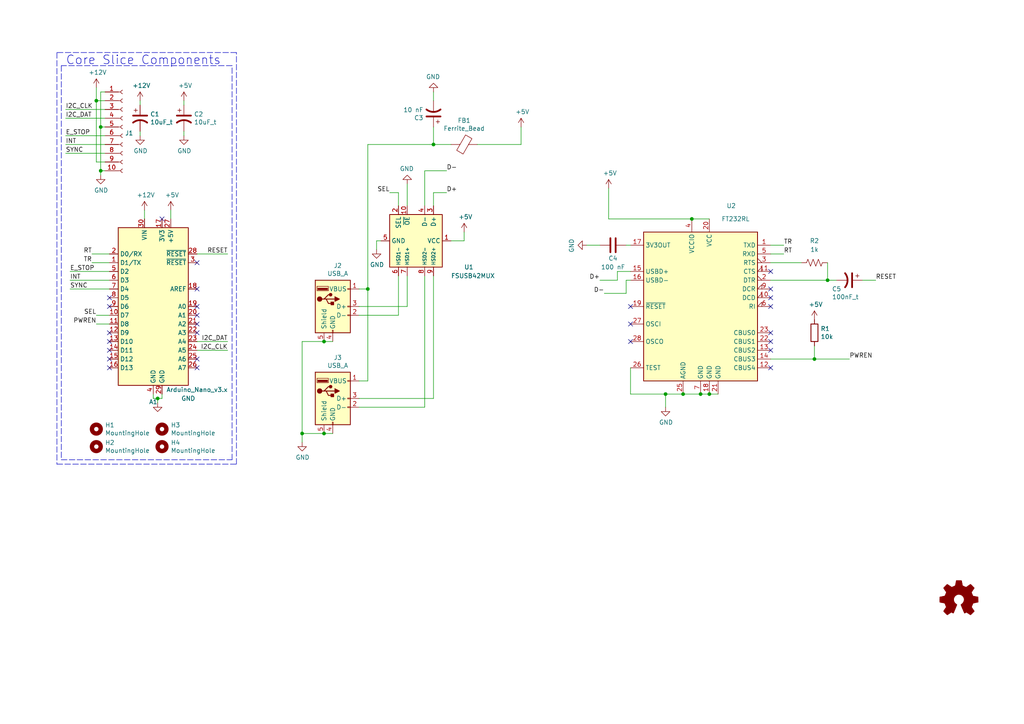
<source format=kicad_sch>
(kicad_sch (version 20231120) (generator "eeschema") (generator_version "8.0")
  (paper "A4")
  (lib_symbols
    (symbol "BREAD_Slice-rescue:10uF_t-OCI_UPL_2_Capacitors-BREAD_Slice-rescue" (pin_numbers hide) (pin_names (offset 0.254) hide)
      (property "Reference" "C" (at 0.635 2.54 0))
      (property "Value" "10uF_t-OCI_UPL_2_Capacitors-BREAD_Slice-rescue" (at 0.635 -2.54 0))
      (symbol "10uF_t-OCI_UPL_2_Capacitors-BREAD_Slice-rescue_0_1"
        (polyline (pts (xy -2.032 0.762) (xy 2.032 0.762)) (stroke (width 0.508)))
        (polyline (pts (xy -1.778 2.286) (xy -0.762 2.286)))
        (polyline (pts (xy -1.27 1.778) (xy -1.27 2.794)))
        (arc (start 2.032 -1.27) (mid 0 -0.5572) (end -2.032 -1.27) (stroke (width 0.508)))
      )
      (symbol "10uF_t-OCI_UPL_2_Capacitors-BREAD_Slice-rescue_1_1"
        (pin passive line (at 0 3.81 270) (length 2.794) (name "~") (number "1"))
        (pin passive line (at 0 -3.81 90) (length 3.302) (name "~") (number "2"))
      )
    )
    (symbol "BREAD_Slice-rescue:Ferrite_Bead-Device" (pin_numbers hide) (pin_names (offset 0))
      (property "Reference" "FB" (at -3.81 0.635 90))
      (property "Value" "Ferrite_Bead-Device" (at 3.81 0 90))
      (symbol "Ferrite_Bead-Device_0_1"
        (polyline (pts (xy 0 -1.27) (xy 0 -1.2192)))
        (polyline (pts (xy 0 1.27) (xy 0 1.2954)))
        (polyline (pts (xy -2.7686 0.4064) (xy -1.7018 2.2606) (xy 2.7686 -0.3048) (xy 1.6764 -2.159) (xy -2.7686 0.4064)))
      )
      (symbol "Ferrite_Bead-Device_1_1"
        (pin passive line (at 0 3.81 270) (length 2.54) (name "~") (number "1"))
        (pin passive line (at 0 -3.81 90) (length 2.54) (name "~") (number "2"))
      )
    )
    (symbol "Connector:Conn_01x10_Female" (pin_names (offset 1.016) hide)
      (property "Reference" "J" (at 0 12.7 0))
      (property "Value" "Conn_01x10_Female" (at 0 -15.24 0))
      (symbol "Conn_01x10_Female_1_1"
        (arc (start 0 -12.192) (mid -0.5058 -12.7) (end 0 -13.208) (stroke (width 0.1524)))
        (arc (start 0 -9.652) (mid -0.5058 -10.16) (end 0 -10.668) (stroke (width 0.1524)))
        (arc (start 0 -7.112) (mid -0.5058 -7.62) (end 0 -8.128) (stroke (width 0.1524)))
        (arc (start 0 -4.572) (mid -0.5058 -5.08) (end 0 -5.588) (stroke (width 0.1524)))
        (arc (start 0 -2.032) (mid -0.5058 -2.54) (end 0 -3.048) (stroke (width 0.1524)))
        (polyline (pts (xy -1.27 -12.7) (xy -0.508 -12.7)) (stroke (width 0.1524)))
        (polyline (pts (xy -1.27 -10.16) (xy -0.508 -10.16)) (stroke (width 0.1524)))
        (polyline (pts (xy -1.27 -7.62) (xy -0.508 -7.62)) (stroke (width 0.1524)))
        (polyline (pts (xy -1.27 -5.08) (xy -0.508 -5.08)) (stroke (width 0.1524)))
        (polyline (pts (xy -1.27 -2.54) (xy -0.508 -2.54)) (stroke (width 0.1524)))
        (polyline (pts (xy -1.27 0) (xy -0.508 0)) (stroke (width 0.1524)))
        (polyline (pts (xy -1.27 2.54) (xy -0.508 2.54)) (stroke (width 0.1524)))
        (polyline (pts (xy -1.27 5.08) (xy -0.508 5.08)) (stroke (width 0.1524)))
        (polyline (pts (xy -1.27 7.62) (xy -0.508 7.62)) (stroke (width 0.1524)))
        (polyline (pts (xy -1.27 10.16) (xy -0.508 10.16)) (stroke (width 0.1524)))
        (arc (start 0 0.508) (mid -0.5058 0) (end 0 -0.508) (stroke (width 0.1524)))
        (arc (start 0 3.048) (mid -0.5058 2.54) (end 0 2.032) (stroke (width 0.1524)))
        (arc (start 0 5.588) (mid -0.5058 5.08) (end 0 4.572) (stroke (width 0.1524)))
        (arc (start 0 8.128) (mid -0.5058 7.62) (end 0 7.112) (stroke (width 0.1524)))
        (arc (start 0 10.668) (mid -0.5058 10.16) (end 0 9.652) (stroke (width 0.1524)))
        (pin passive line (at -5.08 10.16 0) (length 3.81) (name "Pin_1") (number "1"))
        (pin passive line (at -5.08 -12.7 0) (length 3.81) (name "Pin_10") (number "10"))
        (pin passive line (at -5.08 7.62 0) (length 3.81) (name "Pin_2") (number "2"))
        (pin passive line (at -5.08 5.08 0) (length 3.81) (name "Pin_3") (number "3"))
        (pin passive line (at -5.08 2.54 0) (length 3.81) (name "Pin_4") (number "4"))
        (pin passive line (at -5.08 0 0) (length 3.81) (name "Pin_5") (number "5"))
        (pin passive line (at -5.08 -2.54 0) (length 3.81) (name "Pin_6") (number "6"))
        (pin passive line (at -5.08 -5.08 0) (length 3.81) (name "Pin_7") (number "7"))
        (pin passive line (at -5.08 -7.62 0) (length 3.81) (name "Pin_8") (number "8"))
        (pin passive line (at -5.08 -10.16 0) (length 3.81) (name "Pin_9") (number "9"))
      )
    )
    (symbol "Connector:USB_A" (pin_names (offset 1.016))
      (property "Reference" "J" (at -5.08 11.43 0))
      (property "Value" "USB_A" (at -5.08 8.89 0))
      (symbol "USB_A_0_1"
        (rectangle (start -5.08 -7.62) (end 5.08 7.62) (stroke (width 0.254)) (fill (type background)))
        (circle (center -3.81 2.159) (radius 0.635) (stroke (width 0.254)) (fill (type outline)))
        (rectangle (start -1.524 4.826) (end -4.318 5.334) (fill (type outline)))
        (rectangle (start -1.27 4.572) (end -4.572 5.842))
        (circle (center -0.635 3.429) (radius 0.381) (stroke (width 0.254)) (fill (type outline)))
        (rectangle (start -0.127 -7.62) (end 0.127 -6.858))
        (polyline (pts (xy -3.175 2.159) (xy -2.54 2.159) (xy -1.27 3.429) (xy -0.635 3.429)) (stroke (width 0.254)))
        (polyline (pts (xy -2.54 2.159) (xy -1.905 2.159) (xy -1.27 0.889) (xy 0 0.889)) (stroke (width 0.254)))
        (polyline (pts (xy 0.635 2.794) (xy 0.635 1.524) (xy 1.905 2.159) (xy 0.635 2.794)) (stroke (width 0.254)) (fill (type outline)))
        (rectangle (start 0.254 1.27) (end -0.508 0.508) (stroke (width 0.254)) (fill (type outline)))
        (rectangle (start 5.08 -2.667) (end 4.318 -2.413))
        (rectangle (start 5.08 -0.127) (end 4.318 0.127))
        (rectangle (start 5.08 4.953) (end 4.318 5.207))
      )
      (symbol "USB_A_1_1"
        (polyline (pts (xy -1.905 2.159) (xy 0.635 2.159)) (stroke (width 0.254)))
        (pin power_in line (at 7.62 5.08 180) (length 2.54) (name "VBUS") (number "1"))
        (pin bidirectional line (at 7.62 -2.54 180) (length 2.54) (name "D-") (number "2"))
        (pin bidirectional line (at 7.62 0 180) (length 2.54) (name "D+") (number "3"))
        (pin power_in line (at 0 -10.16 90) (length 2.54) (name "GND") (number "4"))
        (pin passive line (at -2.54 -10.16 90) (length 2.54) (name "Shield") (number "5"))
      )
    )
    (symbol "Device:C" (pin_numbers hide) (pin_names (offset 0.254))
      (property "Reference" "C" (at 0.635 2.54 0))
      (property "Value" "C" (at 0.635 -2.54 0))
      (symbol "C_0_1"
        (polyline (pts (xy -2.032 -0.762) (xy 2.032 -0.762)) (stroke (width 0.508)))
        (polyline (pts (xy -2.032 0.762) (xy 2.032 0.762)) (stroke (width 0.508)))
      )
      (symbol "C_1_1"
        (pin passive line (at 0 3.81 270) (length 2.794) (name "~") (number "1"))
        (pin passive line (at 0 -3.81 90) (length 2.794) (name "~") (number "2"))
      )
    )
    (symbol "Device:R" (pin_numbers hide) (pin_names (offset 0))
      (property "Reference" "R" (at 2.032 0 90))
      (property "Value" "R" (at 0 0 90))
      (symbol "R_0_1"
        (rectangle (start -1.016 -2.54) (end 1.016 2.54) (stroke (width 0.254)))
      )
      (symbol "R_1_1"
        (pin passive line (at 0 3.81 270) (length 1.27) (name "~") (number "1"))
        (pin passive line (at 0 -3.81 90) (length 1.27) (name "~") (number "2"))
      )
    )
    (symbol "Device:R_US" (pin_numbers hide) (pin_names (offset 0))
      (property "Reference" "R" (at 2.54 0 90))
      (property "Value" "R_US" (at -2.54 0 90))
      (symbol "R_US_0_1"
        (polyline (pts (xy 0 -2.286) (xy 0 -2.54)))
        (polyline (pts (xy 0 2.286) (xy 0 2.54)))
        (polyline (pts (xy 0 -0.762) (xy 1.016 -1.143) (xy 0 -1.524) (xy -1.016 -1.905) (xy 0 -2.286)))
        (polyline (pts (xy 0 0.762) (xy 1.016 0.381) (xy 0 0) (xy -1.016 -0.381) (xy 0 -0.762)))
        (polyline (pts (xy 0 2.286) (xy 1.016 1.905) (xy 0 1.524) (xy -1.016 1.143) (xy 0 0.762)))
      )
      (symbol "R_US_1_1"
        (pin passive line (at 0 3.81 270) (length 1.27) (name "~") (number "1"))
        (pin passive line (at 0 -3.81 90) (length 1.27) (name "~") (number "2"))
      )
    )
    (symbol "Graphic:Logo_Open_Hardware_Small" (pin_names (offset 1.016))
      (symbol "Logo_Open_Hardware_Small_0_1"
        (polyline (pts (xy 3.3528 -4.3434) (xy 3.302 -4.318) (xy 3.175 -4.2418) (xy 2.9972 -4.1148) (xy 2.7686 -3.9624) (xy 2.54 -3.81) (xy 2.3622 -3.7084) (xy 2.2352 -3.6068) (xy 2.1844 -3.5814) (xy 2.159 -3.6068) (xy 2.0574 -3.6576) (xy 1.905 -3.7338) (xy 1.8034 -3.7846) (xy 1.6764 -3.8354) (xy 1.6002 -3.8354) (xy 1.6002 -3.8354) (xy 1.5494 -3.7338) (xy 1.4732 -3.5306) (xy 1.3462 -3.302) (xy 1.2446 -3.0226) (xy 1.1176 -2.7178) (xy 0.9652 -2.413) (xy 0.8636 -2.1082) (xy 0.7366 -1.8288) (xy 0.6604 -1.6256) (xy 0.6096 -1.4732) (xy 0.5842 -1.397) (xy 0.5842 -1.397) (xy 0.6604 -1.3208) (xy 0.7874 -1.2446) (xy 1.0414 -1.016) (xy 1.2954 -0.6858) (xy 1.4478 -0.3302) (xy 1.524 0.0762) (xy 1.4732 0.4572) (xy 1.3208 0.8128) (xy 1.0668 1.143) (xy 0.762 1.3716) (xy 0.4064 1.524) (xy 0 1.5748) (xy -0.381 1.5494) (xy -0.7366 1.397) (xy -1.0668 1.143) (xy -1.2192 0.9906) (xy -1.397 0.6604) (xy -1.524 0.3048) (xy -1.524 0.2286) (xy -1.4986 -0.1778) (xy -1.397 -0.5334) (xy -1.1938 -0.8636) (xy -0.9144 -1.143) (xy -0.8636 -1.1684) (xy -0.7366 -1.27) (xy -0.635 -1.3462) (xy -0.5842 -1.397) (xy -1.0668 -2.5908) (xy -1.143 -2.794) (xy -1.2954 -3.1242) (xy -1.397 -3.4036) (xy -1.4986 -3.6322) (xy -1.5748 -3.7846) (xy -1.6002 -3.8354) (xy -1.6002 -3.8354) (xy -1.651 -3.8354) (xy -1.7272 -3.81) (xy -1.905 -3.7338) (xy -2.0066 -3.683) (xy -2.1336 -3.6068) (xy -2.2098 -3.5814) (xy -2.2606 -3.6068) (xy -2.3622 -3.683) (xy -2.54 -3.81) (xy -2.7686 -3.9624) (xy -2.9718 -4.0894) (xy -3.1496 -4.2164) (xy -3.302 -4.318) (xy -3.3528 -4.3434) (xy -3.3782 -4.3434) (xy -3.429 -4.318) (xy -3.5306 -4.2164) (xy -3.7084 -4.064) (xy -3.937 -3.8354) (xy -3.9624 -3.81) (xy -4.1656 -3.6068) (xy -4.318 -3.4544) (xy -4.4196 -3.3274) (xy -4.445 -3.2766) (xy -4.445 -3.2766) (xy -4.4196 -3.2258) (xy -4.318 -3.0734) (xy -4.2164 -2.8956) (xy -4.064 -2.667) (xy -3.6576 -2.0828) (xy -3.8862 -1.5494) (xy -3.937 -1.3716) (xy -4.0386 -1.1684) (xy -4.0894 -1.0414) (xy -4.1148 -0.9652) (xy -4.191 -0.9398) (xy -4.318 -0.9144) (xy -4.5466 -0.8636) (xy -4.8006 -0.8128) (xy -5.0546 -0.7874) (xy -5.2578 -0.7366) (xy -5.4356 -0.7112) (xy -5.5118 -0.6858) (xy -5.5118 -0.6858) (xy -5.5372 -0.635) (xy -5.5372 -0.5588) (xy -5.5372 -0.4318) (xy -5.5626 -0.2286) (xy -5.5626 0.0762) (xy -5.5626 0.127) (xy -5.5372 0.4064) (xy -5.5372 0.635) (xy -5.5372 0.762) (xy -5.5372 0.8382) (xy -5.5372 0.8382) (xy -5.461 0.8382) (xy -5.3086 0.889) (xy -5.08 0.9144) (xy -4.826 0.9652) (xy -4.8006 0.9906) (xy -4.5466 1.0414) (xy -4.318 1.0668) (xy -4.1656 1.1176) (xy -4.0894 1.143) (xy -4.0894 1.143) (xy -4.0386 1.2446) (xy -3.9624 1.4224) (xy -3.8608 1.6256) (xy -3.7846 1.8288) (xy -3.7084 2.0066) (xy -3.6576 2.159) (xy -3.6322 2.2098) (xy -3.6322 2.2098) (xy -3.683 2.286) (xy -3.7592 2.413) (xy -3.8862 2.5908) (xy -4.064 2.8194) (xy -4.064 2.8448) (xy -4.2164 3.0734) (xy -4.3434 3.2512) (xy -4.4196 3.3782) (xy -4.445 3.4544) (xy -4.445 3.4544) (xy -4.3942 3.5052) (xy -4.2926 3.6322) (xy -4.1148 3.81) (xy -3.937 4.0132) (xy -3.8608 4.064) (xy -3.6576 4.2926) (xy -3.5052 4.4196) (xy -3.4036 4.4958) (xy -3.3528 4.5212) (xy -3.3528 4.5212) (xy -3.302 4.4704) (xy -3.1496 4.3688) (xy -2.9718 4.2418) (xy -2.7432 4.0894) (xy -2.7178 4.0894) (xy -2.4892 3.937) (xy -2.3114 3.81) (xy -2.1844 3.7084) (xy -2.1336 3.683) (xy -2.1082 3.683) (xy -2.032 3.7084) (xy -1.8542 3.7592) (xy -1.6764 3.8354) (xy -1.4732 3.937) (xy -1.27 4.0132) (xy -1.143 4.064) (xy -1.0668 4.1148) (xy -1.0668 4.1148) (xy -1.0414 4.191) (xy -1.016 4.3434) (xy -0.9652 4.572) (xy -0.9144 4.8514) (xy -0.889 4.9022) (xy -0.8382 5.1562) (xy -0.8128 5.3848) (xy -0.7874 5.5372) (xy -0.762 5.588) (xy -0.7112 5.6134) (xy -0.5842 5.6134) (xy -0.4064 5.6134) (xy -0.1524 5.6134) (xy 0.0762 5.6134) (xy 0.3302 5.6134) (xy 0.5334 5.6134) (xy 0.6858 5.588) (xy 0.7366 5.588) (xy 0.7366 5.588) (xy 0.762 5.5118) (xy 0.8128 5.334) (xy 0.8382 5.1054) (xy 0.9144 4.826) (xy 0.9144 4.7752) (xy 0.9652 4.5212) (xy 1.016 4.2926) (xy 1.0414 4.1402) (xy 1.0668 4.0894) (xy 1.0668 4.0894) (xy 1.1938 4.0386) (xy 1.3716 3.9624) (xy 1.5748 3.8608) (xy 2.0828 3.6576) (xy 2.7178 4.0894) (xy 2.7686 4.1402) (xy 2.9972 4.2926) (xy 3.175 4.4196) (xy 3.302 4.4958) (xy 3.3782 4.5212) (xy 3.3782 4.5212) (xy 3.429 4.4704) (xy 3.556 4.3434) (xy 3.7338 4.191) (xy 3.9116 3.9878) (xy 4.064 3.8354) (xy 4.2418 3.6576) (xy 4.3434 3.556) (xy 4.4196 3.4798) (xy 4.4196 3.429) (xy 4.4196 3.4036) (xy 4.3942 3.3274) (xy 4.2926 3.2004) (xy 4.1656 2.9972) (xy 4.0132 2.794) (xy 3.8862 2.5908) (xy 3.7592 2.3876) (xy 3.6576 2.2352) (xy 3.6322 2.159) (xy 3.6322 2.1336) (xy 3.683 2.0066) (xy 3.7592 1.8288) (xy 3.8608 1.6002) (xy 4.064 1.1176) (xy 4.3942 1.0414) (xy 4.5974 1.016) (xy 4.8768 0.9652) (xy 5.1308 0.9144) (xy 5.5372 0.8382) (xy 5.5626 -0.6604) (xy 5.4864 -0.6858) (xy 5.4356 -0.6858) (xy 5.2832 -0.7366) (xy 5.0546 -0.762) (xy 4.8006 -0.8128) (xy 4.5974 -0.8636) (xy 4.3688 -0.9144) (xy 4.2164 -0.9398) (xy 4.1402 -0.9398) (xy 4.1148 -0.9652) (xy 4.064 -1.0668) (xy 3.9878 -1.2446) (xy 3.9116 -1.4478) (xy 3.81 -1.651) (xy 3.7338 -1.8542) (xy 3.683 -2.0066) (xy 3.6576 -2.0828) (xy 3.683 -2.1336) (xy 3.7846 -2.2606) (xy 3.8862 -2.4638) (xy 4.0386 -2.667) (xy 4.191 -2.8956) (xy 4.318 -3.0734) (xy 4.3942 -3.2004) (xy 4.445 -3.2766) (xy 4.4196 -3.3274) (xy 4.3434 -3.429) (xy 4.1656 -3.5814) (xy 3.937 -3.8354) (xy 3.8862 -3.8608) (xy 3.683 -4.064) (xy 3.5306 -4.2164) (xy 3.4036 -4.318) (xy 3.3528 -4.3434)) (fill (type outline)))
      )
    )
    (symbol "Interface_USB:FSUSB42MUX"
      (property "Reference" "U" (at -6.35 8.89 0))
      (property "Value" "FSUSB42MUX" (at 7.62 8.89 0))
      (symbol "FSUSB42MUX_0_1"
        (rectangle (start 7.62 7.62) (end -7.62 -7.62) (stroke (width 0.254)) (fill (type background)))
      )
      (symbol "FSUSB42MUX_1_1"
        (pin power_in line (at 0 10.16 270) (length 2.54) (name "VCC") (number "1"))
        (pin input line (at -10.16 -2.54 0) (length 2.54) (name "~{OE}") (number "10"))
        (pin input line (at -10.16 -5.08 0) (length 2.54) (name "SEL") (number "2"))
        (pin bidirectional line (at -10.16 5.08 0) (length 2.54) (name "D+") (number "3"))
        (pin bidirectional line (at -10.16 2.54 0) (length 2.54) (name "D-") (number "4"))
        (pin power_in line (at 0 -10.16 90) (length 2.54) (name "GND") (number "5"))
        (pin bidirectional line (at 10.16 -5.08 180) (length 2.54) (name "HSD1-") (number "6"))
        (pin bidirectional line (at 10.16 -2.54 180) (length 2.54) (name "HSD1+") (number "7"))
        (pin bidirectional line (at 10.16 2.54 180) (length 2.54) (name "HSD2-") (number "8"))
        (pin bidirectional line (at 10.16 5.08 180) (length 2.54) (name "HSD2+") (number "9"))
      )
    )
    (symbol "Interface_USB:FT232RL"
      (property "Reference" "U" (at -16.51 22.86 0))
      (property "Value" "FT232RL" (at 10.16 22.86 0))
      (symbol "FT232RL_0_1"
        (rectangle (start -16.51 21.59) (end 16.51 -21.59) (stroke (width 0.254)) (fill (type background)))
      )
      (symbol "FT232RL_1_1"
        (pin output line (at 20.32 17.78 180) (length 3.81) (name "TXD") (number "1"))
        (pin input input_low (at 20.32 2.54 180) (length 3.81) (name "DCD") (number "10"))
        (pin input input_low (at 20.32 10.16 180) (length 3.81) (name "CTS") (number "11"))
        (pin bidirectional line (at 20.32 -17.78 180) (length 3.81) (name "CBUS4") (number "12"))
        (pin bidirectional line (at 20.32 -12.7 180) (length 3.81) (name "CBUS2") (number "13"))
        (pin bidirectional line (at 20.32 -15.24 180) (length 3.81) (name "CBUS3") (number "14"))
        (pin bidirectional line (at -20.32 10.16 0) (length 3.81) (name "USBD+") (number "15"))
        (pin bidirectional line (at -20.32 7.62 0) (length 3.81) (name "USBD-") (number "16"))
        (pin power_out line (at -20.32 17.78 0) (length 3.81) (name "3V3OUT") (number "17"))
        (pin power_in line (at 2.54 -25.4 90) (length 3.81) (name "GND") (number "18"))
        (pin input line (at -20.32 0 0) (length 3.81) (name "~{RESET}") (number "19"))
        (pin output output_low (at 20.32 7.62 180) (length 3.81) (name "DTR") (number "2"))
        (pin power_in line (at 2.54 25.4 270) (length 3.81) (name "VCC") (number "20"))
        (pin power_in line (at 5.08 -25.4 90) (length 3.81) (name "GND") (number "21"))
        (pin bidirectional line (at 20.32 -10.16 180) (length 3.81) (name "CBUS1") (number "22"))
        (pin bidirectional line (at 20.32 -7.62 180) (length 3.81) (name "CBUS0") (number "23"))
        (pin power_in line (at -5.08 -25.4 90) (length 3.81) (name "AGND") (number "25"))
        (pin input line (at -20.32 -17.78 0) (length 3.81) (name "TEST") (number "26"))
        (pin input line (at -20.32 -5.08 0) (length 3.81) (name "OSCI") (number "27"))
        (pin output line (at -20.32 -10.16 0) (length 3.81) (name "OSCO") (number "28"))
        (pin output output_low (at 20.32 12.7 180) (length 3.81) (name "RTS") (number "3"))
        (pin power_in line (at -2.54 25.4 270) (length 3.81) (name "VCCIO") (number "4"))
        (pin input line (at 20.32 15.24 180) (length 3.81) (name "RXD") (number "5"))
        (pin input input_low (at 20.32 0 180) (length 3.81) (name "RI") (number "6"))
        (pin power_in line (at 0 -25.4 90) (length 3.81) (name "GND") (number "7"))
        (pin input input_low (at 20.32 5.08 180) (length 3.81) (name "DCR") (number "9"))
      )
    )
    (symbol "MCU_Module:Arduino_Nano_v3.x"
      (property "Reference" "A" (at -10.16 23.495 0))
      (property "Value" "Arduino_Nano_v3.x" (at 5.08 -24.13 0))
      (symbol "Arduino_Nano_v3.x_0_1"
        (rectangle (start -10.16 22.86) (end 10.16 -22.86) (stroke (width 0.254)) (fill (type background)))
      )
      (symbol "Arduino_Nano_v3.x_1_1"
        (pin bidirectional line (at -12.7 12.7 0) (length 2.54) (name "D1/TX") (number "1"))
        (pin bidirectional line (at -12.7 -2.54 0) (length 2.54) (name "D7") (number "10"))
        (pin bidirectional line (at -12.7 -5.08 0) (length 2.54) (name "D8") (number "11"))
        (pin bidirectional line (at -12.7 -7.62 0) (length 2.54) (name "D9") (number "12"))
        (pin bidirectional line (at -12.7 -10.16 0) (length 2.54) (name "D10") (number "13"))
        (pin bidirectional line (at -12.7 -12.7 0) (length 2.54) (name "D11") (number "14"))
        (pin bidirectional line (at -12.7 -15.24 0) (length 2.54) (name "D12") (number "15"))
        (pin bidirectional line (at -12.7 -17.78 0) (length 2.54) (name "D13") (number "16"))
        (pin power_out line (at 2.54 25.4 270) (length 2.54) (name "3V3") (number "17"))
        (pin input line (at 12.7 5.08 180) (length 2.54) (name "AREF") (number "18"))
        (pin bidirectional line (at 12.7 0 180) (length 2.54) (name "A0") (number "19"))
        (pin bidirectional line (at -12.7 15.24 0) (length 2.54) (name "D0/RX") (number "2"))
        (pin bidirectional line (at 12.7 -2.54 180) (length 2.54) (name "A1") (number "20"))
        (pin bidirectional line (at 12.7 -5.08 180) (length 2.54) (name "A2") (number "21"))
        (pin bidirectional line (at 12.7 -7.62 180) (length 2.54) (name "A3") (number "22"))
        (pin bidirectional line (at 12.7 -10.16 180) (length 2.54) (name "A4") (number "23"))
        (pin bidirectional line (at 12.7 -12.7 180) (length 2.54) (name "A5") (number "24"))
        (pin bidirectional line (at 12.7 -15.24 180) (length 2.54) (name "A6") (number "25"))
        (pin bidirectional line (at 12.7 -17.78 180) (length 2.54) (name "A7") (number "26"))
        (pin power_out line (at 5.08 25.4 270) (length 2.54) (name "+5V") (number "27"))
        (pin input line (at 12.7 15.24 180) (length 2.54) (name "~{RESET}") (number "28"))
        (pin power_in line (at 2.54 -25.4 90) (length 2.54) (name "GND") (number "29"))
        (pin input line (at 12.7 12.7 180) (length 2.54) (name "~{RESET}") (number "3"))
        (pin power_in line (at -2.54 25.4 270) (length 2.54) (name "VIN") (number "30"))
        (pin power_in line (at 0 -25.4 90) (length 2.54) (name "GND") (number "4"))
        (pin bidirectional line (at -12.7 10.16 0) (length 2.54) (name "D2") (number "5"))
        (pin bidirectional line (at -12.7 7.62 0) (length 2.54) (name "D3") (number "6"))
        (pin bidirectional line (at -12.7 5.08 0) (length 2.54) (name "D4") (number "7"))
        (pin bidirectional line (at -12.7 2.54 0) (length 2.54) (name "D5") (number "8"))
        (pin bidirectional line (at -12.7 0 0) (length 2.54) (name "D6") (number "9"))
      )
    )
    (symbol "Mechanical:MountingHole" (pin_names (offset 1.016))
      (property "Reference" "H" (at 0 5.08 0))
      (property "Value" "MountingHole" (at 0 3.175 0))
      (symbol "MountingHole_0_1"
        (circle (center 0 0) (radius 1.27) (stroke (width 1.27)))
      )
    )
    (symbol "power:+12V" (power) (pin_names (offset 0))
      (property "Value" "+12V" (at 0 3.556 0))
      (symbol "+12V_0_1"
        (polyline (pts (xy -0.762 1.27) (xy 0 2.54)))
        (polyline (pts (xy 0 0) (xy 0 2.54)))
        (polyline (pts (xy 0 2.54) (xy 0.762 1.27)))
      )
      (symbol "+12V_1_1"
        (pin power_in line (at 0 0 90) (length 0) hide (name "+12V") (number "1"))
      )
    )
    (symbol "power:+5V" (power) (pin_names (offset 0))
      (property "Value" "+5V" (at 0 3.556 0))
      (symbol "+5V_0_1"
        (polyline (pts (xy -0.762 1.27) (xy 0 2.54)))
        (polyline (pts (xy 0 0) (xy 0 2.54)))
        (polyline (pts (xy 0 2.54) (xy 0.762 1.27)))
      )
      (symbol "+5V_1_1"
        (pin power_in line (at 0 0 90) (length 0) hide (name "+5V") (number "1"))
      )
    )
    (symbol "power:GND" (power) (pin_names (offset 0))
      (property "Value" "GND" (at 0 -3.81 0))
      (symbol "GND_0_1"
        (polyline (pts (xy 0 0) (xy 0 -1.27) (xy 1.27 -1.27) (xy 0 -2.54) (xy -1.27 -1.27) (xy 0 -1.27)))
      )
      (symbol "GND_1_1"
        (pin power_in line (at 0 0 270) (length 0) hide (name "GND") (number "1"))
      )
    )
  )
  (junction (at 45.72 115.57))
  (junction (at 27.94 29.21))
  (junction (at 93.98 99.06))
  (junction (at 198.12 114.3))
  (junction (at 29.21 36.83))
  (junction (at 106.68 83.82))
  (junction (at 205.74 114.3))
  (junction (at 203.2 114.3))
  (junction (at 236.22 104.14))
  (junction (at 93.98 125.73))
  (junction (at 193.04 114.3))
  (junction (at 87.63 125.73))
  (junction (at 125.73 41.91))
  (junction (at 240.03 81.28))
  (junction (at 29.21 49.53))
  (junction (at 200.66 63.5))
  (no_connect (at 223.52 106.68))
  (no_connect (at 57.15 96.52))
  (no_connect (at 31.75 106.68))
  (no_connect (at 57.15 76.2))
  (no_connect (at 223.52 88.9))
  (no_connect (at 182.88 99.06))
  (no_connect (at 57.15 83.82))
  (no_connect (at 46.99 63.5))
  (no_connect (at 223.52 99.06))
  (no_connect (at 182.88 93.98))
  (no_connect (at 223.52 86.36))
  (no_connect (at 31.75 104.14))
  (no_connect (at 223.52 96.52))
  (no_connect (at 31.75 86.36))
  (no_connect (at 223.52 101.6))
  (no_connect (at 57.15 104.14))
  (no_connect (at 223.52 83.82))
  (no_connect (at 31.75 101.6))
  (no_connect (at 57.15 93.98))
  (no_connect (at 57.15 91.44))
  (no_connect (at 57.15 88.9))
  (no_connect (at 182.88 88.9))
  (no_connect (at 31.75 99.06))
  (no_connect (at 31.75 96.52))
  (no_connect (at 57.15 106.68))
  (no_connect (at 223.52 78.74))
  (no_connect (at 31.75 88.9))
  (wire (pts (xy 20.32 83.82) (xy 31.75 83.82)))
  (wire (pts (xy 182.88 114.3) (xy 193.04 114.3)))
  (wire (pts (xy 30.48 36.83) (xy 29.21 36.83)))
  (wire (pts (xy 110.49 69.85) (xy 109.22 69.85)))
  (wire (pts (xy 176.53 63.5) (xy 176.53 54.61)))
  (wire (pts (xy 205.74 63.5) (xy 200.66 63.5)))
  (wire (pts (xy 115.57 55.88) (xy 115.57 59.69)))
  (wire (pts (xy 45.72 115.57) (xy 45.72 116.84)))
  (wire (pts (xy 118.11 88.9) (xy 118.11 80.01)))
  (wire (pts (xy 236.22 100.33) (xy 236.22 104.14)))
  (wire (pts (xy 182.88 78.74) (xy 179.07 78.74)))
  (polyline (pts (xy 68.58 15.24) (xy 16.51 15.24)) (stroke (width 0) (type dash)))
  (wire (pts (xy 44.45 114.3) (xy 44.45 115.57)))
  (wire (pts (xy 30.48 49.53) (xy 29.21 49.53)))
  (wire (pts (xy 96.52 125.73) (xy 93.98 125.73)))
  (wire (pts (xy 113.03 55.88) (xy 115.57 55.88)))
  (wire (pts (xy 240.03 81.28) (xy 242.57 81.28)))
  (wire (pts (xy 20.32 81.28) (xy 31.75 81.28)))
  (wire (pts (xy 96.52 99.06) (xy 93.98 99.06)))
  (wire (pts (xy 29.21 49.53) (xy 29.21 36.83)))
  (wire (pts (xy 115.57 91.44) (xy 115.57 80.01)))
  (wire (pts (xy 31.75 78.74) (xy 20.32 78.74)))
  (wire (pts (xy 46.99 115.57) (xy 46.99 114.3)))
  (wire (pts (xy 104.14 110.49) (xy 106.68 110.49)))
  (wire (pts (xy 40.64 39.37) (xy 40.64 38.1)))
  (wire (pts (xy 57.15 73.66) (xy 66.04 73.66)))
  (wire (pts (xy 53.34 30.48) (xy 53.34 29.21)))
  (wire (pts (xy 179.07 78.74) (xy 179.07 81.28)))
  (wire (pts (xy 19.05 34.29) (xy 30.48 34.29)))
  (wire (pts (xy 182.88 106.68) (xy 182.88 114.3)))
  (wire (pts (xy 223.52 81.28) (xy 240.03 81.28)))
  (wire (pts (xy 173.99 71.12) (xy 170.18 71.12)))
  (polyline (pts (xy 68.58 134.62) (xy 68.58 15.24)) (stroke (width 0) (type dash)))
  (wire (pts (xy 181.61 81.28) (xy 181.61 85.09)))
  (wire (pts (xy 29.21 36.83) (xy 29.21 26.67)))
  (wire (pts (xy 106.68 110.49) (xy 106.68 83.82)))
  (wire (pts (xy 27.94 46.99) (xy 27.94 29.21)))
  (wire (pts (xy 31.75 93.98) (xy 27.94 93.98)))
  (wire (pts (xy 223.52 76.2) (xy 232.41 76.2)))
  (wire (pts (xy 125.73 36.83) (xy 125.73 41.91)))
  (wire (pts (xy 250.19 81.28) (xy 254 81.28)))
  (wire (pts (xy 30.48 46.99) (xy 27.94 46.99)))
  (wire (pts (xy 125.73 115.57) (xy 125.73 80.01)))
  (wire (pts (xy 134.62 69.85) (xy 134.62 67.31)))
  (wire (pts (xy 200.66 63.5) (xy 176.53 63.5)))
  (wire (pts (xy 151.13 41.91) (xy 151.13 36.83)))
  (wire (pts (xy 31.75 91.44) (xy 27.94 91.44)))
  (wire (pts (xy 223.52 104.14) (xy 236.22 104.14)))
  (polyline (pts (xy 16.51 134.62) (xy 68.58 134.62)) (stroke (width 0) (type dash)))
  (wire (pts (xy 44.45 115.57) (xy 45.72 115.57)))
  (wire (pts (xy 193.04 118.11) (xy 193.04 114.3)))
  (wire (pts (xy 49.53 60.96) (xy 49.53 63.5)))
  (wire (pts (xy 240.03 76.2) (xy 240.03 81.28)))
  (wire (pts (xy 123.19 59.69) (xy 123.19 49.53)))
  (wire (pts (xy 182.88 71.12) (xy 181.61 71.12)))
  (wire (pts (xy 198.12 114.3) (xy 203.2 114.3)))
  (wire (pts (xy 104.14 91.44) (xy 115.57 91.44)))
  (wire (pts (xy 40.64 30.48) (xy 40.64 29.21)))
  (wire (pts (xy 109.22 69.85) (xy 109.22 72.39)))
  (wire (pts (xy 29.21 50.8) (xy 29.21 49.53)))
  (wire (pts (xy 45.72 115.57) (xy 46.99 115.57)))
  (wire (pts (xy 125.73 59.69) (xy 125.73 55.88)))
  (wire (pts (xy 205.74 114.3) (xy 208.28 114.3)))
  (wire (pts (xy 26.67 76.2) (xy 31.75 76.2)))
  (wire (pts (xy 27.94 29.21) (xy 30.48 29.21)))
  (wire (pts (xy 125.73 55.88) (xy 129.54 55.88)))
  (wire (pts (xy 106.68 41.91) (xy 106.68 83.82)))
  (polyline (pts (xy 67.31 19.05) (xy 17.78 19.05)) (stroke (width 0) (type dash)))
  (wire (pts (xy 118.11 59.69) (xy 118.11 53.34)))
  (wire (pts (xy 41.91 60.96) (xy 41.91 63.5)))
  (wire (pts (xy 182.88 81.28) (xy 181.61 81.28)))
  (wire (pts (xy 203.2 114.3) (xy 205.74 114.3)))
  (wire (pts (xy 87.63 125.73) (xy 87.63 128.27)))
  (wire (pts (xy 223.52 71.12) (xy 227.33 71.12)))
  (wire (pts (xy 29.21 26.67) (xy 30.48 26.67)))
  (wire (pts (xy 125.73 41.91) (xy 130.81 41.91)))
  (wire (pts (xy 57.15 101.6) (xy 66.04 101.6)))
  (wire (pts (xy 30.48 31.75) (xy 19.05 31.75)))
  (wire (pts (xy 27.94 25.4) (xy 27.94 29.21)))
  (wire (pts (xy 30.48 39.37) (xy 19.05 39.37)))
  (wire (pts (xy 104.14 88.9) (xy 118.11 88.9)))
  (wire (pts (xy 125.73 26.67) (xy 125.73 29.21)))
  (wire (pts (xy 93.98 99.06) (xy 87.63 99.06)))
  (wire (pts (xy 181.61 85.09) (xy 175.26 85.09)))
  (wire (pts (xy 93.98 125.73) (xy 87.63 125.73)))
  (wire (pts (xy 104.14 118.11) (xy 123.19 118.11)))
  (wire (pts (xy 193.04 114.3) (xy 198.12 114.3)))
  (wire (pts (xy 19.05 41.91) (xy 30.48 41.91)))
  (polyline (pts (xy 17.78 133.35) (xy 67.31 133.35)) (stroke (width 0) (type dash)))
  (wire (pts (xy 106.68 41.91) (xy 125.73 41.91)))
  (wire (pts (xy 130.81 69.85) (xy 134.62 69.85)))
  (wire (pts (xy 104.14 83.82) (xy 106.68 83.82)))
  (wire (pts (xy 87.63 99.06) (xy 87.63 125.73)))
  (wire (pts (xy 236.22 104.14) (xy 246.38 104.14)))
  (wire (pts (xy 138.43 41.91) (xy 151.13 41.91)))
  (wire (pts (xy 123.19 118.11) (xy 123.19 80.01)))
  (wire (pts (xy 53.34 39.37) (xy 53.34 38.1)))
  (wire (pts (xy 104.14 115.57) (xy 125.73 115.57)))
  (polyline (pts (xy 16.51 15.24) (xy 16.51 134.62)) (stroke (width 0) (type dash)))
  (polyline (pts (xy 17.78 19.05) (xy 17.78 133.35)) (stroke (width 0) (type dash)))
  (wire (pts (xy 66.04 99.06) (xy 57.15 99.06)))
  (wire (pts (xy 179.07 81.28) (xy 173.99 81.28)))
  (wire (pts (xy 26.67 73.66) (xy 31.75 73.66)))
  (polyline (pts (xy 67.31 133.35) (xy 67.31 19.05)) (stroke (width 0) (type dash)))
  (wire (pts (xy 19.05 44.45) (xy 30.48 44.45)))
  (wire (pts (xy 223.52 73.66) (xy 227.33 73.66)))
  (wire (pts (xy 123.19 49.53) (xy 129.54 49.53)))
  (text "Core Slice Components" (at 19.05 19.05 0) (effects (font (size 2.54 2.54)) (justify left bottom)))
  (label "INT" (at 20.32 81.28 0))
  (label "SYNC" (at 20.32 83.82 0))
  (label "RT" (at 26.67 73.66 180))
  (label "RESET" (at 254 81.28 0))
  (label "I2C_CLK" (at 66.04 101.6 180))
  (label "D+" (at 173.99 81.28 180))
  (label "PWREN" (at 27.94 93.98 180))
  (label "E_STOP" (at 19.05 39.37 0))
  (label "I2C_DAT" (at 66.04 99.06 180))
  (label "D-" (at 175.26 85.09 180))
  (label "I2C_CLK" (at 19.05 31.75 0))
  (label "SEL" (at 113.03 55.88 180))
  (label "SYNC" (at 19.05 44.45 0))
  (label "SEL" (at 27.94 91.44 180))
  (label "TR" (at 227.33 71.12 0))
  (label "PWREN" (at 246.38 104.14 0))
  (label "D-" (at 129.54 49.53 0))
  (label "INT" (at 19.05 41.91 0))
  (label "TR" (at 26.67 76.2 180))
  (label "I2C_DAT" (at 19.05 34.29 0))
  (label "D+" (at 129.54 55.88 0))
  (label "E_STOP" (at 20.32 78.74 0))
  (label "RT" (at 227.33 73.66 0))
  (label "RESET" (at 66.04 73.66 180))
  (symbol (lib_id "power:GND") (at 45.72 116.84 0) (unit 1)
    (property "Reference" "#PWR06" (effects (hide yes)))
    (property "Value" "GND" (at 54.61 115.57 0))
  )
  (symbol (lib_id "power:+5V") (at 49.53 60.96 0) (unit 1)
    (property "Reference" "#PWR07" (effects (hide yes)))
    (property "Value" "+5V" (at 49.911 56.5658 0))
  )
  (symbol (lib_id "power:+12V") (at 41.91 60.96 0) (unit 1)
    (property "Reference" "#PWR05" (effects (hide yes)))
    (property "Value" "+12V" (at 42.291 56.5658 0))
  )
  (symbol (lib_id "BREAD_Slice-rescue:10uF_t-OCI_UPL_2_Capacitors-BREAD_Slice-rescue") (at 40.64 34.29 0) (unit 1)
    (property "Reference" "C1" (at 43.561 33.1216 0) (effects (justify left)))
    (property "Value" "10uF_t" (at 43.561 35.433 0) (effects (justify left)))
    (property "Footprint" "OCI_UPL_FOOTPRINTS:C_2312" (effects (hide yes)))
    (property "Datasheet" "https://www.digikey.com/short/qcd8n7" (effects (hide yes)))
    (property "Part #" "T491C106K025AT" (effects (hide yes)))
    (property "UPL #" "2.021" (effects (hide yes)))
  )
  (symbol (lib_id "power:GND") (at 40.64 39.37 0) (unit 1)
    (property "Reference" "#PWR04" (effects (hide yes)))
    (property "Value" "GND" (at 40.767 43.7642 0))
  )
  (symbol (lib_id "Mechanical:MountingHole") (at 27.94 124.46 0) (unit 1)
    (property "Reference" "H1" (at 30.48 123.2916 0) (effects (justify left)))
    (property "Value" "MountingHole" (at 30.48 125.603 0) (effects (justify left)))
    (property "Footprint" "MountingHole:MountingHole_3.2mm_M3_DIN965_Pad" (effects (hide yes)))
  )
  (symbol (lib_id "Mechanical:MountingHole") (at 46.99 124.46 0) (unit 1)
    (property "Reference" "H3" (at 49.53 123.2916 0) (effects (justify left)))
    (property "Value" "MountingHole" (at 49.53 125.603 0) (effects (justify left)))
    (property "Footprint" "MountingHole:MountingHole_3.2mm_M3_DIN965_Pad" (effects (hide yes)))
  )
  (symbol (lib_id "Mechanical:MountingHole") (at 27.94 129.54 0) (unit 1)
    (property "Reference" "H2" (at 30.48 128.3716 0) (effects (justify left)))
    (property "Value" "MountingHole" (at 30.48 130.683 0) (effects (justify left)))
    (property "Footprint" "MountingHole:MountingHole_3.2mm_M3_DIN965_Pad" (effects (hide yes)))
  )
  (symbol (lib_id "Mechanical:MountingHole") (at 46.99 129.54 0) (unit 1)
    (property "Reference" "H4" (at 49.53 128.3716 0) (effects (justify left)))
    (property "Value" "MountingHole" (at 49.53 130.683 0) (effects (justify left)))
    (property "Footprint" "MountingHole:MountingHole_3.2mm_M3_DIN965_Pad" (effects (hide yes)))
  )
  (symbol (lib_id "MCU_Module:Arduino_Nano_v3.x") (at 44.45 88.9 0) (unit 1)
    (property "Reference" "A1" (at 44.45 116.5606 0))
    (property "Value" "Arduino_Nano_v3.x" (at 57.15 113.03 0))
    (property "Footprint" "Module:Arduino_Nano" (effects (hide yes)))
    (property "Datasheet" "http://www.mouser.com/pdfdocs/Gravitech_Arduino_Nano3_0.pdf" (effects (hide yes)))
  )
  (symbol (lib_id "Graphic:Logo_Open_Hardware_Small") (at 278.13 173.99 0) (unit 1)
    (property "Reference" "Logo1" (effects (hide yes)))
    (property "Value" "Logo_Open_Hardware_Small" (effects (hide yes)))
    (property "Footprint" "Symbol:OSHW-Symbol_6.7x6mm_SilkScreen" (effects (hide yes)))
  )
  (symbol (lib_id "Connector:Conn_01x10_Female") (at 35.56 36.83 0) (unit 1)
    (property "Reference" "J1" (at 36.2712 38.608 0) (effects (justify left)))
    (property "Value" "Conn_01x10_Female" (effects (hide yes)))
    (property "Footprint" "Connector_PinSocket_2.54mm:PinSocket_1x10_P2.54mm_Horizontal" (effects (hide yes)))
  )
  (symbol (lib_id "power:+12V") (at 27.94 25.4 0) (unit 1)
    (property "Reference" "#PWR01" (effects (hide yes)))
    (property "Value" "+12V" (at 28.321 21.0058 0))
  )
  (symbol (lib_id "power:GND") (at 29.21 50.8 0) (unit 1)
    (property "Reference" "#PWR02" (effects (hide yes)))
    (property "Value" "GND" (at 29.337 55.1942 0))
  )
  (symbol (lib_id "power:+12V") (at 40.64 29.21 0) (unit 1)
    (property "Reference" "#PWR03" (effects (hide yes)))
    (property "Value" "+12V" (at 41.021 24.8158 0))
  )
  (symbol (lib_id "BREAD_Slice-rescue:10uF_t-OCI_UPL_2_Capacitors-BREAD_Slice-rescue") (at 53.34 34.29 0) (unit 1)
    (property "Reference" "C2" (at 56.261 33.1216 0) (effects (justify left)))
    (property "Value" "10uF_t" (at 56.261 35.433 0) (effects (justify left)))
    (property "Footprint" "OCI_UPL_FOOTPRINTS:C_2312" (effects (hide yes)))
    (property "Datasheet" "https://www.digikey.com/short/qcd8n7" (effects (hide yes)))
    (property "Part #" "T491C106K025AT" (effects (hide yes)))
    (property "UPL #" "2.021" (effects (hide yes)))
  )
  (symbol (lib_id "power:GND") (at 53.34 39.37 0) (unit 1)
    (property "Reference" "#PWR09" (effects (hide yes)))
    (property "Value" "GND" (at 53.467 43.7642 0))
  )
  (symbol (lib_id "power:+5V") (at 53.34 29.21 0) (unit 1)
    (property "Reference" "#PWR08" (effects (hide yes)))
    (property "Value" "+5V" (at 53.721 24.8158 0))
  )
  (symbol (lib_id "Connector:USB_A") (at 96.52 115.57 0) (unit 1)
    (property "Reference" "J3" (at 97.9678 103.7082 0))
    (property "Value" "USB_A" (at 97.9678 106.0196 0))
    (property "Footprint" "Connector_USB:USB_A_Molex_67643_Horizontal" (effects (hide yes)))
    (property "Datasheet" " ~" (effects (hide yes)))
  )
  (symbol (lib_id "power:+5V") (at 176.53 54.61 0) (unit 1)
    (property "Reference" "#PWR0101" (effects (hide yes)))
    (property "Value" "+5V" (at 176.911 50.2158 0))
  )
  (symbol (lib_id "Interface_USB:FT232RL") (at 203.2 88.9 0) (unit 1)
    (property "Reference" "U2" (at 212.09 59.69 0))
    (property "Value" "FT232RL" (at 213.36 63.5 0))
    (property "Footprint" "Package_SO:SSOP-28_5.3x10.2mm_P0.65mm" (effects (hide yes)))
    (property "Datasheet" "https://www.ftdichip.com/Support/Documents/DataSheets/ICs/DS_FT232R.pdf" (effects (hide yes)))
  )
  (symbol (lib_id "power:GND") (at 193.04 118.11 0) (unit 1)
    (property "Reference" "#PWR0102" (effects (hide yes)))
    (property "Value" "GND" (at 193.167 122.5042 0))
  )
  (symbol (lib_id "BREAD_Slice-rescue:Ferrite_Bead-Device") (at 134.62 41.91 270) (unit 1)
    (property "Reference" "FB1" (at 134.62 34.9504 90))
    (property "Value" "Ferrite_Bead" (at 134.62 37.2618 90))
    (property "Footprint" "OCI_UPL_FOOTPRINTS:R_1206_HandSoldering" (effects (hide yes)))
  )
  (symbol (lib_id "BREAD_Slice-rescue:10uF_t-OCI_UPL_2_Capacitors-BREAD_Slice-rescue") (at 125.73 33.02 180) (unit 1)
    (property "Reference" "C3" (at 122.809 34.1884 0) (effects (justify left)))
    (property "Value" "10 nF" (at 122.809 31.877 0) (effects (justify left)))
    (property "Footprint" "OCI_UPL_FOOTPRINTS:C_2312" (effects (hide yes)))
    (property "Datasheet" "https://www.digikey.com/short/qcd8n7" (effects (hide yes)))
    (property "Part #" "T491C106K025AT" (effects (hide yes)))
    (property "UPL #" "2.021" (effects (hide yes)))
  )
  (symbol (lib_id "power:GND") (at 125.73 26.67 180) (unit 1)
    (property "Reference" "#PWR0103" (effects (hide yes)))
    (property "Value" "GND" (at 125.603 22.2758 0))
  )
  (symbol (lib_id "Device:C") (at 177.8 71.12 90) (unit 1)
    (property "Reference" "C4" (at 177.8 74.93 90))
    (property "Value" "100 nF" (at 177.8 77.47 90))
    (property "Footprint" "Capacitor_SMD:C_1206_3216Metric_Pad1.33x1.80mm_HandSolder" (effects (hide yes)))
  )
  (symbol (lib_id "power:GND") (at 170.18 71.12 270) (unit 1)
    (property "Reference" "#PWR0104" (effects (hide yes)))
    (property "Value" "GND" (at 165.7858 71.247 0))
  )
  (symbol (lib_id "Device:R") (at 236.22 96.52 0) (unit 1)
    (property "Reference" "R1" (at 237.998 95.3516 0) (effects (justify left)))
    (property "Value" "10k" (at 237.998 97.663 0) (effects (justify left)))
    (property "Footprint" "OCI_UPL_FOOTPRINTS:R_1206_HandSoldering" (effects (hide yes)))
  )
  (symbol (lib_id "power:+5V") (at 236.22 92.71 0) (unit 1)
    (property "Reference" "#PWR0105" (effects (hide yes)))
    (property "Value" "+5V" (at 236.601 88.3158 0))
  )
  (symbol (lib_id "Interface_USB:FSUSB42MUX") (at 120.65 69.85 270) (unit 1)
    (property "Reference" "U1" (at 134.62 77.47 90) (effects (justify left)))
    (property "Value" "FSUSB42MUX" (at 130.81 80.01 90) (effects (justify left)))
    (property "Footprint" "Package_SO:MSOP-10_3x3mm_P0.5mm" (effects (hide yes)))
    (property "Datasheet" "https://www.onsemi.com/pub/Collateral/FSUSB42-D.PDF" (effects (hide yes)))
  )
  (symbol (lib_id "power:GND") (at 87.63 128.27 0) (unit 1)
    (property "Reference" "#PWR0107" (effects (hide yes)))
    (property "Value" "GND" (at 87.757 132.6642 0))
  )
  (symbol (lib_id "power:GND") (at 109.22 72.39 0) (unit 1)
    (property "Reference" "#PWR0108" (effects (hide yes)))
    (property "Value" "GND" (at 109.347 76.7842 0))
  )
  (symbol (lib_id "power:GND") (at 118.11 53.34 180) (unit 1)
    (property "Reference" "#PWR0109" (effects (hide yes)))
    (property "Value" "GND" (at 117.983 48.9458 0))
  )
  (symbol (lib_id "power:+5V") (at 134.62 67.31 0) (unit 1)
    (property "Reference" "#PWR0110" (effects (hide yes)))
    (property "Value" "+5V" (at 135.001 62.9158 0))
  )
  (symbol (lib_id "power:+5V") (at 151.13 36.83 0) (unit 1)
    (property "Reference" "#PWR0106" (effects (hide yes)))
    (property "Value" "+5V" (at 151.511 32.4358 0))
  )
  (symbol (lib_id "Connector:USB_A") (at 96.52 88.9 0) (unit 1)
    (property "Reference" "J2" (at 97.9678 77.0382 0))
    (property "Value" "USB_A" (at 97.9678 79.3496 0))
    (property "Footprint" "Connector_USB:USB_A_Molex_67643_Horizontal" (effects (hide yes)))
    (property "Datasheet" " ~" (effects (hide yes)))
  )
  (symbol (lib_id "Device:R_US") (at 236.22 76.2 90) (unit 1)
    (property "Reference" "R2" (at 236.22 69.85 90))
    (property "Value" "1k" (at 236.22 72.39 90))
    (property "Footprint" "Resistor_SMD:R_1206_3216Metric_Pad1.30x1.75mm_HandSolder" (effects (hide yes)))
  )
  (symbol (lib_id "BREAD_Slice-rescue:10uF_t-OCI_UPL_2_Capacitors-BREAD_Slice-rescue") (at 246.38 81.28 270) (unit 1)
    (property "Reference" "C5" (at 241.3 83.82 90) (effects (justify left)))
    (property "Value" "100nF_t" (at 241.3 86.1314 90) (effects (justify left)))
    (property "Footprint" "Capacitor_SMD:C_1206_3216Metric_Pad1.33x1.80mm_HandSolder" (effects (hide yes)))
    (property "Datasheet" "https://www.digikey.com/short/qcd8n7" (effects (hide yes)))
    (property "Part #" "T491C106K025AT" (effects (hide yes)))
    (property "UPL #" "2.021" (effects (hide yes)))
  )
)
</source>
